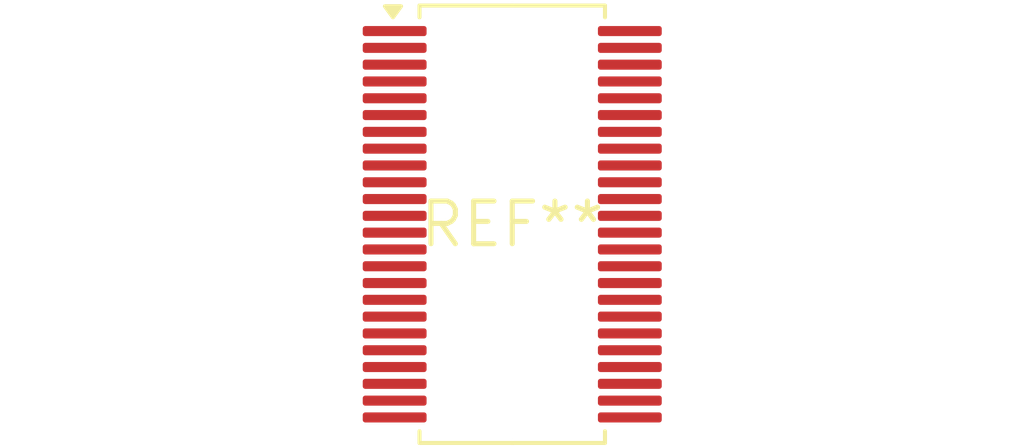
<source format=kicad_pcb>
(kicad_pcb (version 20240108) (generator pcbnew)
  (layers (0 "F.Cu" signal) (31 "B.Cu" signal) (34 "B.Paste" user) (35 "F.Paste" user) (36 "B.SilkS" user "B.Silkscreen") (37 "F.SilkS" user "F.Silkscreen") (38 "B.Mask" user) (39 "F.Mask" user) (44 "Edge.Cuts" user))
  (net 0 "")
  (footprint "SSOP-48_5.3x12.8mm_P0.5mm" (layer "F.Cu") (at 0 0)
    (property "Reference" "REF**")
    (property "Value" "SSOP-48_5.3x12.8mm_P0.5mm")
    (fp_line (start -2.76 -6.51) (end -2.76 -6.16) (layer "F.SilkS") (stroke (width 0.12)))
    (fp_line (start -2.76 6.51) (end -2.76 6.16) (layer "F.SilkS") (stroke (width 0.12)))
    (fp_line (start 0 -6.51) (end -2.76 -6.51) (layer "F.SilkS") (stroke (width 0.12)))
    (fp_line (start 0 -6.51) (end 2.76 -6.51) (layer "F.SilkS") (stroke (width 0.12)))
    (fp_line (start 0 6.51) (end -2.76 6.51) (layer "F.SilkS") (stroke (width 0.12)))
    (fp_line (start 0 6.51) (end 2.76 6.51) (layer "F.SilkS") (stroke (width 0.12)))
    (fp_line (start 2.76 -6.51) (end 2.76 -6.16) (layer "F.SilkS") (stroke (width 0.12)))
    (fp_line (start 2.76 6.51) (end 2.76 6.16) (layer "F.SilkS") (stroke (width 0.12)))
    (fp_poly (pts (xy -3.55 -6.16) (xy -3.79 -6.49) (xy -3.31 -6.49) (xy -3.55 -6.16)) (layer "F.SilkS") (stroke (width 0.12)) (fill solid))
    (pad "1" smd roundrect (at -3.5 -5.75) (size 1.9 0.3) (layers "F.Cu" "F.Paste" "F.Mask"))
    (pad "2" smd roundrect (at -3.5 -5.25) (size 1.9 0.3) (layers "F.Cu" "F.Paste" "F.Mask"))
    (pad "3" smd roundrect (at -3.5 -4.75) (size 1.9 0.3) (layers "F.Cu" "F.Paste" "F.Mask"))
    (pad "4" smd roundrect (at -3.5 -4.25) (size 1.9 0.3) (layers "F.Cu" "F.Paste" "F.Mask"))
    (pad "5" smd roundrect (at -3.5 -3.75) (size 1.9 0.3) (layers "F.Cu" "F.Paste" "F.Mask"))
    (pad "6" smd roundrect (at -3.5 -3.25) (size 1.9 0.3) (layers "F.Cu" "F.Paste" "F.Mask"))
    (pad "7" smd roundrect (at -3.5 -2.75) (size 1.9 0.3) (layers "F.Cu" "F.Paste" "F.Mask"))
    (pad "8" smd roundrect (at -3.5 -2.25) (size 1.9 0.3) (layers "F.Cu" "F.Paste" "F.Mask"))
    (pad "9" smd roundrect (at -3.5 -1.75) (size 1.9 0.3) (layers "F.Cu" "F.Paste" "F.Mask"))
    (pad "10" smd roundrect (at -3.5 -1.25) (size 1.9 0.3) (layers "F.Cu" "F.Paste" "F.Mask"))
    (pad "11" smd roundrect (at -3.5 -0.75) (size 1.9 0.3) (layers "F.Cu" "F.Paste" "F.Mask"))
    (pad "12" smd roundrect (at -3.5 -0.25) (size 1.9 0.3) (layers "F.Cu" "F.Paste" "F.Mask"))
    (pad "13" smd roundrect (at -3.5 0.25) (size 1.9 0.3) (layers "F.Cu" "F.Paste" "F.Mask"))
    (pad "14" smd roundrect (at -3.5 0.75) (size 1.9 0.3) (layers "F.Cu" "F.Paste" "F.Mask"))
    (pad "15" smd roundrect (at -3.5 1.25) (size 1.9 0.3) (layers "F.Cu" "F.Paste" "F.Mask"))
    (pad "16" smd roundrect (at -3.5 1.75) (size 1.9 0.3) (layers "F.Cu" "F.Paste" "F.Mask"))
    (pad "17" smd roundrect (at -3.5 2.25) (size 1.9 0.3) (layers "F.Cu" "F.Paste" "F.Mask"))
    (pad "18" smd roundrect (at -3.5 2.75) (size 1.9 0.3) (layers "F.Cu" "F.Paste" "F.Mask"))
    (pad "19" smd roundrect (at -3.5 3.25) (size 1.9 0.3) (layers "F.Cu" "F.Paste" "F.Mask"))
    (pad "20" smd roundrect (at -3.5 3.75) (size 1.9 0.3) (layers "F.Cu" "F.Paste" "F.Mask"))
    (pad "21" smd roundrect (at -3.5 4.25) (size 1.9 0.3) (layers "F.Cu" "F.Paste" "F.Mask"))
    (pad "22" smd roundrect (at -3.5 4.75) (size 1.9 0.3) (layers "F.Cu" "F.Paste" "F.Mask"))
    (pad "23" smd roundrect (at -3.5 5.25) (size 1.9 0.3) (layers "F.Cu" "F.Paste" "F.Mask"))
    (pad "24" smd roundrect (at -3.5 5.75) (size 1.9 0.3) (layers "F.Cu" "F.Paste" "F.Mask"))
    (pad "25" smd roundrect (at 3.5 5.75) (size 1.9 0.3) (layers "F.Cu" "F.Paste" "F.Mask"))
    (pad "26" smd roundrect (at 3.5 5.25) (size 1.9 0.3) (layers "F.Cu" "F.Paste" "F.Mask"))
    (pad "27" smd roundrect (at 3.5 4.75) (size 1.9 0.3) (layers "F.Cu" "F.Paste" "F.Mask"))
    (pad "28" smd roundrect (at 3.5 4.25) (size 1.9 0.3) (layers "F.Cu" "F.Paste" "F.Mask"))
    (pad "29" smd roundrect (at 3.5 3.75) (size 1.9 0.3) (layers "F.Cu" "F.Paste" "F.Mask"))
    (pad "30" smd roundrect (at 3.5 3.25) (size 1.9 0.3) (layers "F.Cu" "F.Paste" "F.Mask"))
    (pad "31" smd roundrect (at 3.5 2.75) (size 1.9 0.3) (layers "F.Cu" "F.Paste" "F.Mask"))
    (pad "32" smd roundrect (at 3.5 2.25) (size 1.9 0.3) (layers "F.Cu" "F.Paste" "F.Mask"))
    (pad "33" smd roundrect (at 3.5 1.75) (size 1.9 0.3) (layers "F.Cu" "F.Paste" "F.Mask"))
    (pad "34" smd roundrect (at 3.5 1.25) (size 1.9 0.3) (layers "F.Cu" "F.Paste" "F.Mask"))
    (pad "35" smd roundrect (at 3.5 0.75) (size 1.9 0.3) (layers "F.Cu" "F.Paste" "F.Mask"))
    (pad "36" smd roundrect (at 3.5 0.25) (size 1.9 0.3) (layers "F.Cu" "F.Paste" "F.Mask"))
    (pad "37" smd roundrect (at 3.5 -0.25) (size 1.9 0.3) (layers "F.Cu" "F.Paste" "F.Mask"))
    (pad "38" smd roundrect (at 3.5 -0.75) (size 1.9 0.3) (layers "F.Cu" "F.Paste" "F.Mask"))
    (pad "39" smd roundrect (at 3.5 -1.25) (size 1.9 0.3) (layers "F.Cu" "F.Paste" "F.Mask"))
    (pad "40" smd roundrect (at 3.5 -1.75) (size 1.9 0.3) (layers "F.Cu" "F.Paste" "F.Mask"))
    (pad "41" smd roundrect (at 3.5 -2.25) (size 1.9 0.3) (layers "F.Cu" "F.Paste" "F.Mask"))
    (pad "42" smd roundrect (at 3.5 -2.75) (size 1.9 0.3) (layers "F.Cu" "F.Paste" "F.Mask"))
    (pad "43" smd roundrect (at 3.5 -3.25) (size 1.9 0.3) (layers "F.Cu" "F.Paste" "F.Mask"))
    (pad "44" smd roundrect (at 3.5 -3.75) (size 1.9 0.3) (layers "F.Cu" "F.Paste" "F.Mask"))
    (pad "45" smd roundrect (at 3.5 -4.25) (size 1.9 0.3) (layers "F.Cu" "F.Paste" "F.Mask"))
    (pad "46" smd roundrect (at 3.5 -4.75) (size 1.9 0.3) (layers "F.Cu" "F.Paste" "F.Mask"))
    (pad "47" smd roundrect (at 3.5 -5.25) (size 1.9 0.3) (layers "F.Cu" "F.Paste" "F.Mask"))
    (pad "48" smd roundrect (at 3.5 -5.75) (size 1.9 0.3) (layers "F.Cu" "F.Paste" "F.Mask"))
  )
)
</source>
